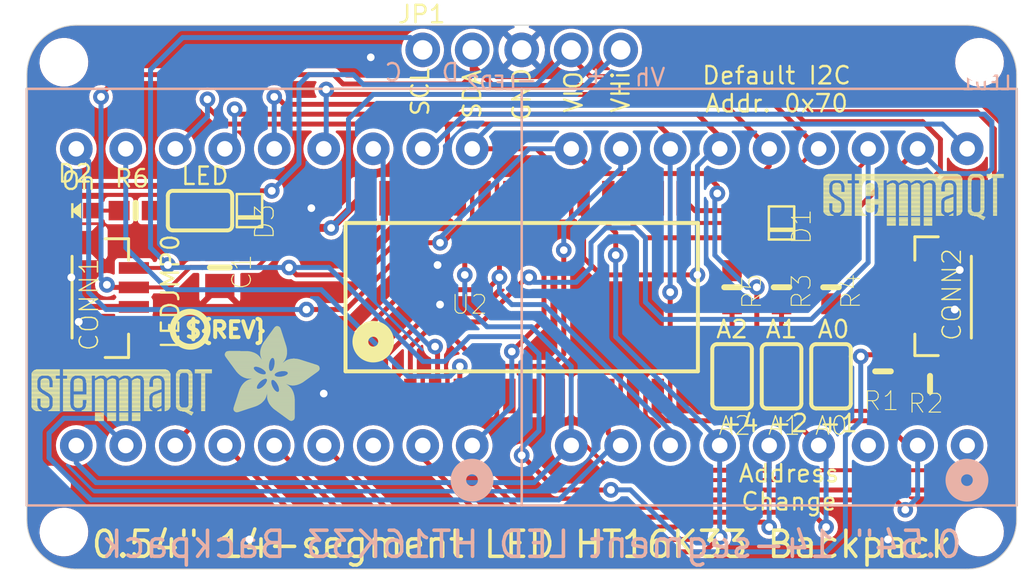
<source format=kicad_pcb>
(kicad_pcb (version 20221018) (generator pcbnew)
  (layers (0 "F.Cu" signal) (1 "In1.Cu" signal) (2 "In2.Cu" signal) (3 "In3.Cu" signal) (4 "In4.Cu" signal) (5 "In5.Cu" signal) (6 "In6.Cu" signal) (7 "In7.Cu" signal) (8 "In8.Cu" signal) (9 "In9.Cu" signal) (10 "In10.Cu" signal) (11 "In11.Cu" signal) (12 "In12.Cu" signal) (13 "In13.Cu" signal) (14 "In14.Cu" signal) (31 "B.Cu" signal) (34 "B.Paste" user) (35 "F.Paste" user) (36 "B.SilkS" user "B.Silkscreen") (37 "F.SilkS" user "F.Silkscreen") (38 "B.Mask" user) (39 "F.Mask" user) (44 "Edge.Cuts" user))
  (net 0 "")
  (net 1 "GND")
  (net 2 "N$19")
  (net 3 "N$20")
  (net 4 "A1")
  (net 5 "COM0")
  (net 6 "N$10")
  (net 7 "N$11")
  (net 8 "N$12")
  (net 9 "N$13")
  (net 10 "N$16")
  (net 11 "A0")
  (net 12 "A2")
  (net 13 "SDA")
  (net 14 "SCL")
  (net 15 "N$1")
  (net 16 "N$7")
  (net 17 "N$4")
  (net 18 "N$5")
  (net 19 "N$6")
  (net 20 "N$8")
  (net 21 "N$9")
  (net 22 "N$14")
  (net 23 "N$15")
  (net 24 "COM1")
  (net 25 "COM2")
  (net 26 "COM3")
  (net 27 "VDDIO")
  (net 28 "N$3")
  (net 29 "N$17")
  (net 30 "V+")
  (footprint "working:SOP28_300MIL_SKINNY" (layer "F.Cu") (at 148.5011 105.0036)
    (fp_text reference "U2")
    (fp_text value "HT16K33")
  )
  (footprint "working:ADAFRUIT_5MM" (layer "F.Cu") (at 133.2611 111.3536)
    (fp_text reference "U$3" hide)
    (fp_text value "" hide)
  )
  (footprint "working:JST_SH4_RA" (layer "F.Cu") (at 170.0911 105.0036 90)
    (fp_text reference "CONN2")
    (fp_text value "STEMMA_I2C_QTRA" hide)
  )
  (footprint "" (layer "F.Cu") (at 171.9961 92.9386)
    (fp_text reference "@HOLE3" hide)
    (fp_text value "")
  )
  (footprint "working:STEMMAQT" (layer "F.Cu") (at 123.3551 111.3536)
    (fp_text reference "U$6" hide)
    (fp_text value "" hide)
  )
  (footprint "working:SOLDERJUMPER_REFLOW_NOPASTE" (layer "F.Cu") (at 164.3761 109.0676 -90)
    (fp_text reference "A0")
    (fp_text value "" hide)
  )
  (footprint "working:1X05_ROUND_70" (layer "F.Cu") (at 148.5011 92.3036)
    (fp_text reference "JP1")
    (fp_text value "")
  )
  (footprint "working:SOLDERJUMPER_REFLOW_NOPASTE" (layer "F.Cu") (at 161.8361 109.0676 -90)
    (fp_text reference "A1")
    (fp_text value "" hide)
  )
  (footprint "working:SOD-323F" (layer "F.Cu") (at 161.8361 101.1936 -90)
    (fp_text reference "D1")
    (fp_text value "CUS530")
  )
  (footprint "working:FIDUCIAL_1MM" (layer "F.Cu") (at 124.3711 114.6556)
    (fp_text reference "U$2" hide)
    (fp_text value "FIDUCIAL" hide)
  )
  (footprint "working:JST_SH4_RA" (layer "F.Cu") (at 126.9111 105.0036 -90)
    (fp_text reference "CONN1")
    (fp_text value "STEMMA_I2C_QTRA" hide)
  )
  (footprint "working:SOD-323F" (layer "F.Cu") (at 134.5311 100.5586 -90)
    (fp_text reference "D3")
    (fp_text value "CUS530")
  )
  (footprint "" (layer "F.Cu") (at 171.9961 117.0686)
    (fp_text reference "@HOLE1" hide)
    (fp_text value "")
  )
  (footprint "working:0603-NO" (layer "F.Cu") (at 128.6891 100.5586 180)
    (fp_text reference "R6")
    (fp_text value "47K")
  )
  (footprint "working:PCBFEAT-REV-040" (layer "F.Cu") (at 131.4831 106.6546)
    (fp_text reference "U$8" hide)
    (fp_text value "" hide)
  )
  (footprint "working:STEMMAQT" (layer "F.Cu") (at 163.9951 101.3206)
    (fp_text reference "U$7" hide)
    (fp_text value "" hide)
  )
  (footprint "working:0603-NO" (layer "F.Cu") (at 164.3761 104.4956 -90)
    (fp_text reference "R4")
    (fp_text value "47K")
  )
  (footprint "working:0603-NO" (layer "F.Cu") (at 167.0431 108.8136 90)
    (fp_text reference "R1")
    (fp_text value "10K")
  )
  (footprint "" (layer "F.Cu") (at 125.0061 117.0686)
    (fp_text reference "@HOLE0" hide)
    (fp_text value "")
  )
  (footprint "working:CHIPLED_0603_NOOUTLINE" (layer "F.Cu") (at 125.6411 100.5586 90)
    (fp_text reference "D2")
    (fp_text value "GREEN")
  )
  (footprint "working:0805-NO" (layer "F.Cu") (at 133.0071 103.4796 -90)
    (fp_text reference "C1")
    (fp_text value "10uF")
  )
  (footprint "working:0603-NO" (layer "F.Cu") (at 169.4561 109.4486 180)
    (fp_text reference "R2")
    (fp_text value "10K")
  )
  (footprint "working:0603-NO" (layer "F.Cu") (at 161.8361 104.4956 -90)
    (fp_text reference "R3")
    (fp_text value "47K")
  )
  (footprint "" (layer "F.Cu") (at 125.0061 92.9386)
    (fp_text reference "@HOLE2" hide)
    (fp_text value "")
  )
  (footprint "working:FIDUCIAL_1MM" (layer "F.Cu") (at 167.5511 94.2086)
    (fp_text reference "U$1" hide)
    (fp_text value "FIDUCIAL" hide)
  )
  (footprint "working:0603-NO" (layer "F.Cu") (at 159.2961 104.4956 -90)
    (fp_text reference "R5")
    (fp_text value "47K")
  )
  (footprint "working:SOLDERJUMPER_CLOSEDWIRE" (layer "F.Cu") (at 131.9911 100.5586 180)
    (fp_text reference "LEDJMP0")
    (fp_text value "")
  )
  (footprint "working:SOLDERJUMPER_REFLOW_NOPASTE" (layer "F.Cu") (at 159.2961 109.0676 -90)
    (fp_text reference "A2")
    (fp_text value "" hide)
  )
  (footprint "working:SEGMENT_STARTBUST_DUAL_KWA-541CBB" (layer "B.Cu") (at 135.8011 105.0036 180)
    (fp_text reference "LED2")
    (fp_text value "")
  )
  (footprint "working:SEGMENT_STARTBUST_DUAL_KWA-541CBB" (layer "B.Cu") (at 161.2011 105.0036 180)
    (fp_text reference "LED1")
    (fp_text value "")
  )
  (gr_arc (start 125.6411 118.9736) (mid 123.845049 118.229651) (end 123.1011 116.4336) (stroke (width 0.05)) (layer "Edge.Cuts"))
  (gr_line (start 123.1011 93.5736) (end 123.1011 116.4336) (stroke (width 0.05)) (layer "Edge.Cuts"))
  (gr_line (start 125.6411 118.9736) (end 171.3611 118.9736) (stroke (width 0.05)) (layer "Edge.Cuts"))
  (gr_line (start 173.9011 116.4336) (end 173.9011 93.5736) (stroke (width 0.05)) (layer "Edge.Cuts"))
  (gr_arc (start 171.3611 91.0336) (mid 173.157151 91.777549) (end 173.9011 93.5736) (stroke (width 0.05)) (layer "Edge.Cuts"))
  (gr_arc (start 173.9011 116.4336) (mid 173.157151 118.229651) (end 171.3611 118.9736) (stroke (width 0.05)) (layer "Edge.Cuts"))
  (gr_line (start 171.3611 91.0336) (end 125.6411 91.0336) (stroke (width 0.05)) (layer "Edge.Cuts"))
  (gr_arc (start 123.1011 93.5736) (mid 123.845049 91.777549) (end 125.6411 91.0336) (stroke (width 0.05)) (layer "Edge.Cuts"))
  (gr_text "Vh" (at 154.2161 93.1926) (layer "B.SilkS") (effects (font (size 0.89408 0.89408) (thickness 0.12192)) (justify right top mirror)))
  (gr_text "-" (at 148.1201 93.3196) (layer "B.SilkS") (effects (font (size 0.89408 0.89408) (thickness 0.12192)) (justify right top mirror)))
  (gr_text "+" (at 151.6761 93.0656) (layer "B.SilkS") (effects (font (size 0.89408 0.89408) (thickness 0.12192)) (justify right top mirror)))
  (gr_text "C" (at 141.3891 92.9386) (layer "B.SilkS") (effects (font (size 0.89408 0.89408) (thickness 0.12192)) (justify right top mirror)))
  (gr_text "0.54\" 14-segment LED HT16K33 Backpack " (at 148.5011 117.7036) (layer "B.SilkS") (effects (font (size 1.34112 1.34112) (thickness 0.18288)) (justify mirror)))
  (gr_text "D" (at 144.3101 92.9386) (layer "B.SilkS") (effects (font (size 0.89408 0.89408) (thickness 0.12192)) (justify right top mirror)))
  (gr_text "+4" (at 159.6771 111.4806) (layer "F.SilkS") (effects (font (size 0.89408 0.89408) (thickness 0.12192))))
  (gr_text "A0" (at 164.5031 106.6546) (layer "F.SilkS") (effects (font (size 0.89408 0.89408) (thickness 0.12192))))
  (gr_text "LED" (at 132.2451 98.7806) (layer "F.SilkS") (effects (font (size 0.89408 0.89408) (thickness 0.12192))))
  (gr_text "SCL" (at 143.2941 94.4626 90) (layer "F.SilkS") (effects (font (size 0.89408 0.89408) (thickness 0.12192))))
  (gr_text "VIO" (at 151.1681 94.4626 90) (layer "F.SilkS") (effects (font (size 0.89408 0.89408) (thickness 0.12192))))
  (gr_text "Default I2C\nAddr. 0x70" (at 161.5821 94.3356) (layer "F.SilkS") (effects (font (size 0.89408 0.89408) (thickness 0.12192))))
  (gr_text "Address\nChange" (at 162.2171 114.7826) (layer "F.SilkS") (effects (font (size 0.89408 0.89408) (thickness 0.12192))))
  (gr_text "GND" (at 148.5011 94.5896 90) (layer "F.SilkS") (effects (font (size 0.89408 0.89408) (thickness 0.12192))))
  (gr_text "A2" (at 159.2961 106.6546) (layer "F.SilkS") (effects (font (size 0.89408 0.89408) (thickness 0.12192))))
  (gr_text "+2" (at 162.2171 111.4806) (layer "F.SilkS") (effects (font (size 0.89408 0.89408) (thickness 0.12192))))
  (gr_text "On" (at 125.7681 99.0346) (layer "F.SilkS") (effects (font (size 0.89408 0.89408) (thickness 0.12192))))
  (gr_text "+1" (at 164.7571 111.4806) (layer "F.SilkS") (effects (font (size 0.89408 0.89408) (thickness 0.12192))))
  (gr_text "SDA" (at 145.9611 94.5896 90) (layer "F.SilkS") (effects (font (size 0.89408 0.89408) (thickness 0.12192))))
  (gr_text "0.54\" 14-segment LED HT16K33 Backpack" (at 148.5011 117.7036) (layer "F.SilkS") (effects (font (size 1.34112 1.34112) (thickness 0.18288))))
  (gr_text "A1" (at 161.8361 106.6546) (layer "F.SilkS") (effects (font (size 0.89408 0.89408) (thickness 0.12192))))
  (gr_text "VHi" (at 153.5811 94.4626 90) (layer "F.SilkS") (effects (font (size 0.89408 0.89408) (thickness 0.12192))))
  (segment (start 140.2461 110.0836) (end 140.2461 109.9566) (width 0.254) (layer "F.Cu") (net 1))
  (segment (start 140.2461 109.9566) (end 138.3411 109.9566) (width 0.254) (layer "F.Cu") (net 1))
  (via (at 134.5311 117.4496) (size 0.8064) (drill 0.4) (layers "F.Cu" "B.Cu") (net 1))
  (via (at 138.3411 109.9566) (size 0.8001) (drill 0.3937) (layers "F.Cu" "B.Cu") (net 1))
  (via (at 125.7681 106.2736) (size 0.8064) (drill 0.4) (layers "F.Cu" "B.Cu") (net 1))
  (via (at 140.7541 92.6846) (size 0.8001) (drill 0.3937) (layers "F.Cu" "B.Cu") (net 1))
  (via (at 170.9801 103.6066) (size 0.8064) (drill 0.4) (layers "F.Cu" "B.Cu") (net 1))
  (via (at 144.3101 105.3846) (size 0.8064) (drill 0.4) (layers "F.Cu" "B.Cu") (net 1))
  (via (at 137.7061 100.4316) (size 0.8001) (drill 0.3937) (layers "F.Cu" "B.Cu") (net 1))
  (via (at 167.2971 117.4496) (size 0.8064) (drill 0.4) (layers "F.Cu" "B.Cu") (net 1))
  (via (at 170.7261 105.6386) (size 0.8064) (drill 0.4) (layers "F.Cu" "B.Cu") (net 1))
  (via (at 125.3871 103.9876) (size 0.8064) (drill 0.4) (layers "F.Cu" "B.Cu") (net 1))
  (via (at 144.1831 103.3526) (size 0.8064) (drill 0.4) (layers "F.Cu" "B.Cu") (net 1))
  (segment (start 161.8361 108.3056) (end 161.8361 105.3456) (width 0.254) (layer "F.Cu") (net 2))
  (segment (start 164.3761 108.3056) (end 164.3761 105.3456) (width 0.254) (layer "F.Cu") (net 3))
  (segment (start 160.5661 104.4956) (end 160.5661 109.4486) (width 0.254) (layer "F.Cu") (net 4))
  (segment (start 142.9131 102.2096) (end 139.4841 105.6386) (width 0.254) (layer "F.Cu") (net 4))
  (segment (start 139.4841 105.6386) (end 137.4521 105.6386) (width 0.254) (layer "F.Cu") (net 4))
  (segment (start 160.5661 109.4486) (end 160.9471 109.8296) (width 0.254) (layer "F.Cu") (net 4))
  (segment (start 145.3261 101.3206) (end 144.4371 102.2096) (width 0.254) (layer "F.Cu") (net 4))
  (segment (start 158.539587 99.294088) (end 157.8991 98.6536) (width 0.254) (layer "F.Cu") (net 4))
  (segment (start 145.3261 101.3206) (end 145.3261 99.9236) (width 0.254) (layer "F.Cu") (net 4))
  (segment (start 160.9471 109.8296) (end 161.8361 109.8296) (width 0.254) (layer "F.Cu") (net 4))
  (segment (start 144.3101 102.2096) (end 142.9131 102.2096) (width 0.254) (layer "F.Cu") (net 4))
  (segment (start 144.3101 102.2096) (end 144.4371 102.2096) (width 0.254) (layer "F.Cu") (net 4))
  (segment (start 158.539587 99.294088) (end 158.539587 99.675088) (width 0.254) (layer "F.Cu") (net 4))
  (segment (start 152.3111 98.6536) (end 157.8991 98.6536) (width 0.254) (layer "F.Cu") (net 4))
  (segment (start 151.0411 97.3836) (end 152.3111 98.6536) (width 0.254) (layer "F.Cu") (net 4))
  (via (at 160.5661 104.4956) (size 0.8064) (drill 0.4) (layers "F.Cu" "B.Cu") (net 4))
  (via (at 144.3101 102.2096) (size 0.8001) (drill 0.3937) (layers "F.Cu" "B.Cu") (net 4))
  (via (at 137.4521 105.6386) (size 0.8001) (drill 0.3937) (layers "F.Cu" "B.Cu") (net 4))
  (via (at 158.539587 99.675088) (size 0.8064) (drill 0.4) (layers "F.Cu" "B.Cu") (net 4))
  (segment (start 144.3101 101.9556) (end 144.3101 102.2096) (width 0.254) (layer "B.Cu") (net 4))
  (segment (start 160.5661 104.4956) (end 160.0581 104.4956) (width 0.254) (layer "B.Cu") (net 4))
  (segment (start 148.8821 97.3836) (end 144.3101 101.9556) (width 0.254) (layer "B.Cu") (net 4))
  (segment (start 158.539587 99.675088) (end 158.412587 99.802088) (width 0.254) (layer "B.Cu") (net 4))
  (segment (start 160.0581 104.4956) (end 158.412587 102.850088) (width 0.254) (layer "B.Cu") (net 4))
  (segment (start 137.4521 105.6386) (end 127.1651 105.6386) (width 0.254) (layer "B.Cu") (net 4))
  (segment (start 158.412587 99.802088) (end 158.412587 102.850088) (width 0.254) (layer "B.Cu") (net 4))
  (segment (start 151.0411 97.3836) (end 148.8821 97.3836) (width 0.254) (layer "B.Cu") (net 4))
  (segment (start 126.2761 98.0186) (end 126.2761 104.7496) (width 0.254) (layer "B.Cu") (net 4))
  (segment (start 127.1651 105.6386) (end 126.2761 104.7496) (width 0.254) (layer "B.Cu") (net 4))
  (segment (start 126.2761 98.0186) (end 125.6411 97.3836) (width 0.254) (layer "B.Cu") (net 4))
  (segment (start 163.9791 100.1936) (end 161.8361 100.1936) (width 0.2032) (layer "F.Cu") (net 5))
  (segment (start 148.7551 103.9876) (end 148.8821 103.9876) (width 0.254) (layer "F.Cu") (net 5))
  (segment (start 141.5161 110.0836) (end 141.5161 108.0516) (width 0.254) (layer "F.Cu") (net 5))
  (segment (start 166.2811 97.8916) (end 163.9791 100.1936) (width 0.2032) (layer "F.Cu") (net 5))
  (segment (start 146.4691 106.2736) (end 148.7551 103.9876) (width 0.254) (layer "F.Cu") (net 5))
  (segment (start 143.2941 106.2736) (end 146.4691 106.2736) (width 0.254) (layer "F.Cu") (net 5))
  (segment (start 141.5161 108.0516) (end 143.2941 106.2736) (width 0.254) (layer "F.Cu") (net 5))
  (segment (start 166.2811 97.3836) (end 166.2811 97.8916) (width 0.2032) (layer "F.Cu") (net 5))
  (via (at 148.8821 103.9876) (size 0.8064) (drill 0.4) (layers "F.Cu" "B.Cu") (net 5))
  (segment (start 152.0571 102.2096) (end 152.0571 103.4796) (width 0.254) (layer "B.Cu") (net 5))
  (segment (start 154.8511 105.2576) (end 154.8511 101.9556) (width 0.254) (layer "B.Cu") (net 5))
  (segment (start 149.1361 104.2416) (end 151.2951 104.2416) (width 0.254) (layer "B.Cu") (net 5))
  (segment (start 155.7401 106.1466) (end 154.8511 105.2576) (width 0.254) (layer "B.Cu") (net 5))
  (segment (start 166.2811 97.3836) (end 166.2811 103.2256) (width 0.254) (layer "B.Cu") (net 5))
  (segment (start 148.8821 103.9876) (end 149.1361 104.2416) (width 0.254) (layer "B.Cu") (net 5))
  (segment (start 151.2951 104.2416) (end 152.0571 103.4796) (width 0.254) (layer "B.Cu") (net 5))
  (segment (start 154.8511 101.9556) (end 154.3431 101.4476) (width 0.254) (layer "B.Cu") (net 5))
  (segment (start 166.2811 103.2256) (end 163.3601 106.1466) (width 0.254) (layer "B.Cu") (net 5))
  (segment (start 154.3431 101.4476) (end 152.8191 101.4476) (width 0.254) (layer "B.Cu") (net 5))
  (segment (start 163.3601 106.1466) (end 155.7401 106.1466) (width 0.254) (layer "B.Cu") (net 5))
  (segment (start 152.8191 101.4476) (end 152.0571 102.2096) (width 0.254) (layer "B.Cu") (net 5))
  (segment (start 142.5321 104.6226) (end 146.7231 104.6226) (width 0.254) (layer "F.Cu") (net 6))
  (segment (start 147.3581 102.3366) (end 147.3581 103.9876) (width 0.254) (layer "F.Cu") (net 6))
  (segment (start 138.8491 108.3056) (end 134.9121 108.3056) (width 0.254) (layer "F.Cu") (net 6))
  (segment (start 147.8661 101.8286) (end 147.3581 102.3366) (width 0.254) (layer "F.Cu") (net 6))
  (segment (start 130.7211 112.4966) (end 130.7211 112.6236) (width 0.254) (layer "F.Cu") (net 6))
  (segment (start 134.9121 108.3056) (end 130.7211 112.4966) (width 0.254) (layer "F.Cu") (net 6))
  (segment (start 147.8661 99.9236) (end 147.8661 101.8286) (width 0.254) (layer "F.Cu") (net 6))
  (segment (start 147.3581 103.9876) (end 146.7231 104.6226) (width 0.254) (layer "F.Cu") (net 6))
  (segment (start 142.5321 104.6226) (end 138.8491 108.3056) (width 0.254) (layer "F.Cu") (net 6))
  (via (at 147.3581 103.9876) (size 0.8001) (drill 0.3937) (layers "F.Cu" "B.Cu") (net 6))
  (segment (start 156.1211 112.6236) (end 156.1211 111.8616) (width 0.254) (layer "B.Cu") (net 6))
  (segment (start 147.3581 104.7496) (end 147.3581 103.9876) (width 0.254) (layer "B.Cu") (net 6))
  (segment (start 156.1211 111.8616) (end 149.6441 105.3846) (width 0.254) (layer "B.Cu") (net 6))
  (segment (start 149.6441 105.3846) (end 147.9931 105.3846) (width 0.254) (layer "B.Cu") (net 6))
  (segment (start 147.9931 105.3846) (end 147.3581 104.7496) (width 0.254) (layer "B.Cu") (net 6))
  (segment (start 149.6441 103.2256) (end 149.1361 102.7176) (width 0.254) (layer "F.Cu") (net 7))
  (segment (start 171.3611 113.7666) (end 170.2181 114.9096) (width 0.254) (layer "F.Cu") (net 7))
  (segment (start 155.9941 115.7986) (end 156.8831 114.9096) (width 0.254) (layer "F.Cu") (net 7))
  (segment (start 145.9611 112.6236) (end 145.9611 113.5126) (width 0.254) (layer "F.Cu") (net 7))
  (segment (start 170.2181 114.9096) (end 156.8831 114.9096) (width 0.254) (layer "F.Cu") (net 7))
  (segment (start 149.6441 106.1466) (end 147.9931 107.7976) (width 0.254) (layer "F.Cu") (net 7))
  (segment (start 148.2471 115.7986) (end 145.9611 113.5126) (width 0.254) (layer "F.Cu") (net 7))
  (segment (start 149.6441 103.2256) (end 149.6441 106.1466) (width 0.254) (layer "F.Cu") (net 7))
  (segment (start 149.1361 99.9236) (end 149.1361 102.7176) (width 0.254) (layer "F.Cu") (net 7))
  (segment (start 148.2471 115.7986) (end 155.9941 115.7986) (width 0.254) (layer "F.Cu") (net 7))
  (segment (start 171.3611 113.7666) (end 171.3611 112.6236) (width 0.254) (layer "F.Cu") (net 7))
  (via (at 147.9931 107.7976) (size 0.8001) (drill 0.3937) (layers "F.Cu" "B.Cu") (net 7))
  (segment (start 147.9931 110.5916) (end 145.9611 112.6236) (width 0.254) (layer "B.Cu") (net 7))
  (segment (start 147.9931 107.7976) (end 147.9931 110.5916) (width 0.254) (layer "B.Cu") (net 7))
  (segment (start 149.2631 97.3836) (end 150.4061 98.5266) (width 0.254) (layer "F.Cu") (net 8))
  (segment (start 150.4061 98.5266) (end 150.4061 99.9236) (width 0.254) (layer "F.Cu") (net 8))
  (segment (start 145.9611 97.3836) (end 149.2631 97.3836) (width 0.254) (layer "F.Cu") (net 8))
  (segment (start 170.0911 96.1136) (end 146.9771 96.1136) (width 0.254) (layer "B.Cu") (net 8))
  (segment (start 145.9611 97.1296) (end 145.9611 97.3836) (width 0.254) (layer "B.Cu") (net 8))
  (segment (start 146.9771 96.1136) (end 145.9611 97.1296) (width 0.254) (layer "B.Cu") (net 8))
  (segment (start 171.3611 97.3836) (end 170.0911 96.1136) (width 0.254) (layer "B.Cu") (net 8))
  (segment (start 157.5181 103.8606) (end 152.5651 103.8606) (width 0.254) (layer "F.Cu") (net 9))
  (segment (start 151.6761 102.9716) (end 151.6761 99.9236) (width 0.254) (layer "F.Cu") (net 9))
  (segment (start 152.5651 103.8606) (end 151.6761 102.9716) (width 0.254) (layer "F.Cu") (net 9))
  (segment (start 134.0231 95.6056) (end 157.5181 95.6056) (width 0.254) (layer "F.Cu") (net 9))
  (segment (start 133.7691 95.3516) (end 134.0231 95.6056) (width 0.254) (layer "F.Cu") (net 9))
  (segment (start 158.6611 96.7486) (end 158.6611 97.3836) (width 0.254) (layer "F.Cu") (net 9))
  (segment (start 157.5181 95.6056) (end 158.6611 96.7486) (width 0.254) (layer "F.Cu") (net 9))
  (via (at 157.5181 103.8606) (size 0.8001) (drill 0.3937) (layers "F.Cu" "B.Cu") (net 9))
  (via (at 133.7691 95.3516) (size 0.8001) (drill 0.3937) (layers "F.Cu" "B.Cu") (net 9))
  (segment (start 157.5181 98.2726) (end 157.5181 103.8606) (width 0.254) (layer "B.Cu") (net 9))
  (segment (start 158.6611 97.3836) (end 158.4071 97.3836) (width 0.254) (layer "B.Cu") (net 9))
  (segment (start 133.7691 95.3516) (end 133.7691 96.8756) (width 0.254) (layer "B.Cu") (net 9))
  (segment (start 133.2611 97.3836) (end 133.7691 96.8756) (width 0.254) (layer "B.Cu") (net 9))
  (segment (start 158.4071 97.3836) (end 157.5181 98.2726) (width 0.254) (layer "B.Cu") (net 9))
  (segment (start 153.3271 101.7016) (end 152.9461 101.3206) (width 0.254) (layer "F.Cu") (net 10))
  (segment (start 157.8991 118.0846) (end 138.7221 118.0846) (width 0.254) (layer "F.Cu") (net 10))
  (segment (start 133.2611 112.6236) (end 138.7221 118.0846) (width 0.254) (layer "F.Cu") (net 10))
  (segment (start 153.3271 101.7016) (end 153.3271 102.8446) (width 0.254) (layer "F.Cu") (net 10))
  (segment (start 158.6611 117.3226) (end 157.8991 118.0846) (width 0.254) (layer "F.Cu") (net 10))
  (segment (start 152.9461 101.3206) (end 152.9461 99.9236) (width 0.254) (layer "F.Cu") (net 10))
  (via (at 158.6611 117.3226) (size 0.8001) (drill 0.3937) (layers "F.Cu" "B.Cu") (net 10))
  (via (at 153.3271 102.8446) (size 0.8001) (drill 0.3937) (layers "F.Cu" "B.Cu") (net 10))
  (segment (start 153.3271 102.8446) (end 153.3271 107.0356) (width 0.254) (layer "B.Cu") (net 10))
  (segment (start 158.6611 117.3226) (end 158.6611 112.6236) (width 0.254) (layer "B.Cu") (net 10))
  (segment (start 158.6611 112.3696) (end 153.3271 107.0356) (width 0.254) (layer "B.Cu") (net 10))
  (segment (start 158.6611 112.6236) (end 158.6611 112.3696) (width 0.254) (layer "B.Cu") (net 10))
  (segment (start 151.0411 112.6236) (end 151.8031 112.6236) (width 0.2032) (layer "F.Cu") (net 11))
  (segment (start 169.7101 113.8936) (end 170.0911 113.5126) (width 0.2032) (layer "F.Cu") (net 11))
  (segment (start 167.614437 110.8456) (end 167.995437 111.2266) (width 0.2032) (layer "F.Cu") (net 11))
  (segment (start 153.5811 114.4016) (end 161.4551 114.4016) (width 0.2032) (layer "F.Cu") (net 11))
  (segment (start 161.4551 114.4016) (end 161.9631 113.8936) (width 0.2032) (layer "F.Cu") (net 11))
  (segment (start 170.0911 113.5126) (end 170.0911 112.1156) (width 0.2032) (layer "F.Cu") (net 11))
  (segment (start 164.3761 109.8296) (end 165.3921 110.8456) (width 0.2032) (layer "F.Cu") (net 11))
  (segment (start 146.5961 101.3206) (end 145.5801 102.3366) (width 0.254) (layer "F.Cu") (net 11))
  (segment (start 146.5961 99.9236) (end 146.5961 101.3206) (width 0.254) (layer "F.Cu") (net 11))
  (segment (start 153.5811 114.4016) (end 151.8031 112.6236) (width 0.2032) (layer "F.Cu") (net 11))
  (segment (start 145.5801 103.8606) (end 145.5801 102.3366) (width 0.254) (layer "F.Cu") (net 11))
  (segment (start 161.9631 113.8936) (end 169.7101 113.8936) (width 0.2032) (layer "F.Cu") (net 11))
  (segment (start 165.3921 110.8456) (end 167.614437 110.8456) (width 0.2032) (layer "F.Cu") (net 11))
  (segment (start 167.995437 111.2266) (end 169.2021 111.2266) (width 0.2032) (layer "F.Cu") (net 11))
  (segment (start 170.0911 112.1156) (end 169.2021 111.2266) (width 0.2032) (layer "F.Cu") (net 11))
  (via (at 145.5801 103.8606) (size 0.8001) (drill 0.3937) (layers "F.Cu" "B.Cu") (net 11))
  (segment (start 125.6411 113.5126) (end 125.6411 112.6236) (width 0.254) (layer "B.Cu") (net 11))
  (segment (start 149.0091 106.5276) (end 146.7231 106.5276) (width 0.254) (layer "B.Cu") (net 11))
  (segment (start 146.7231 106.5276) (end 145.5801 105.3846) (width 0.254) (layer "B.Cu") (net 11))
  (segment (start 151.0411 112.6236) (end 149.1361 114.5286) (width 0.254) (layer "B.Cu") (net 11))
  (segment (start 145.5801 105.3846) (end 145.5801 103.8606) (width 0.254) (layer "B.Cu") (net 11))
  (segment (start 126.6571 114.5286) (end 125.6411 113.5126) (width 0.254) (layer "B.Cu") (net 11))
  (segment (start 149.1361 114.5286) (end 126.6571 114.5286) (width 0.254) (layer "B.Cu") (net 11))
  (segment (start 151.0411 112.6236) (end 151.0411 108.5596) (width 0.254) (layer "B.Cu") (net 11))
  (segment (start 151.0411 108.5596) (end 149.0091 106.5276) (width 0.254) (layer "B.Cu") (net 11))
  (segment (start 133.2611 96.1136) (end 144.6911 96.1136) (width 0.254) (layer "F.Cu") (net 12))
  (segment (start 155.4861 96.1136) (end 156.1211 96.7486) (width 0.254) (layer "F.Cu") (net 12))
  (segment (start 144.0561 99.9236) (end 144.0561 98.6536) (width 0.254) (layer "F.Cu") (net 12))
  (segment (start 158.968825 109.8296) (end 156.1211 106.981875) (width 0.254) (layer "F.Cu") (net 12))
  (segment (start 144.6911 96.1136) (end 155.4861 96.1136) (width 0.254) (layer "F.Cu") (net 12))
  (segment (start 159.2961 109.8296) (end 158.968825 109.8296) (width 0.254) (layer "F.Cu") (net 12))
  (segment (start 156.1211 106.981875) (end 156.1211 104.7496) (width 0.254) (layer "F.Cu") (net 12))
  (segment (start 144.6911 98.0186) (end 144.6911 96.1136) (width 0.254) (layer "F.Cu") (net 12))
  (segment (start 144.0561 98.6536) (end 144.6911 98.0186) (width 0.254) (layer "F.Cu") (net 12))
  (segment (start 133.2611 96.1136) (end 132.3721 95.2246) (width 0.254) (layer "F.Cu") (net 12))
  (segment (start 132.3721 94.8436) (end 132.3721 95.2246) (width 0.254) (layer "F.Cu") (net 12))
  (segment (start 156.1211 96.7486) (end 156.1211 97.3836) (width 0.254) (layer "F.Cu") (net 12))
  (via (at 132.3721 94.8436) (size 0.8001) (drill 0.3937) (layers "F.Cu" "B.Cu") (net 12))
  (via (at 156.1211 104.7496) (size 0.8064) (drill 0.4) (layers "F.Cu" "B.Cu") (net 12))
  (segment (start 130.7211 97.3836) (end 132.3721 95.7326) (width 0.254) (layer "B.Cu") (net 12))
  (segment (start 156.1211 104.7496) (end 156.1211 97.3836) (width 0.254) (layer "B.Cu") (net 12))
  (segment (start 132.3721 94.8436) (end 132.3721 95.7326) (width 0.254) (layer "B.Cu") (net 12))
  (segment (start 145.9611 93.5736) (end 145.4785 94.0562) (width 0.254) (layer "F.Cu") (net 13))
  (segment (start 166.7891 105.1306) (end 167.1621 105.5036) (width 0.254) (layer "F.Cu") (net 13))
  (segment (start 145.8341 92.9386) (end 145.8341 92.4306) (width 0.254) (layer "F.Cu") (net 13))
  (segment (start 139.3317 94.0562) (end 138.8491 93.5736) (width 0.254) (layer "F.Cu") (net 13))
  (segment (start 130.4591 104.5036) (end 131.5083 103.4544) (width 0.2032) (layer "F.Cu") (net 13))
  (segment (start 167.1621 105.5036) (end 168.4051 105.5036) (width 0.254) (layer "F.Cu") (net 13))
  (segment (start 128.5971 104.5036) (end 130.4591 104.5036) (width 0.2032) (layer "F.Cu") (net 13))
  (segment (start 162.990681 95.9866) (end 169.076468 95.9866) (width 0.254) (layer "F.Cu") (net 13))
  (segment (start 135.74395 102.64775) (end 139.93495 102.64775) (width 0.254) (layer "F.Cu") (net 13))
  (segment (start 145.9611 92.3036) (end 145.9611 93.5736) (width 0.254) (layer "F.Cu") (net 13))
  (segment (start 126.9111 94.7166) (end 126.9111 94.5896) (width 0.254) (layer "F.Cu") (net 13))
  (segment (start 169.9895 96.899632) (end 169.9895 98.5012) (width 0.254) (layer "F.Cu") (net 13))
  (segment (start 169.7101 106.1466) (end 169.0671 105.5036) (width 0.254) (layer "F.Cu") (net 13))
  (segment (start 166.7891 101.7016) (end 166.7891 105.1306) (width 0.254) (layer "F.Cu") (net 13))
  (segment (start 168.6061 108.1396) (end 169.7101 107.0356) (width 0.254) (layer "F.Cu") (net 13))
  (segment (start 161.136481 94.1324) (end 147.0279 94.1324) (width 0.254) (layer "F.Cu") (net 13))
  (segment (start 169.0671 105.5036) (end 168.4051 105.5036) (width 0.254) (layer "F.Cu") (net 13))
  (segment (start 138.8491 93.5736) (end 127.9271 93.5736) (width 0.254) (layer "F.Cu") (net 13))
  (segment (start 141.5161 101.0666) (end 141.5161 99.9236) (width 0.254) (layer "F.Cu") (net 13))
  (segment (start 126.9111 94.5896) (end 127.9271 93.5736) (width 0.254) (layer "F.Cu") (net 13))
  (segment (start 161.136481 94.1324) (end 162.990681 95.9866) (width 0.254) (layer "F.Cu") (net 13))
  (segment (start 169.9895 98.5012) (end 166.7891 101.7016) (width 0.254) (layer "F.Cu") (net 13))
  (segment (start 145.9611 92.3036) (end 145.8341 92.4306) (width 0.254) (layer "F.Cu") (net 13))
  (segment (start 131.5083 103.4544) (end 134.9373 103.4544) (width 0.2032) (layer "F.Cu") (net 13))
  (segment (start 128.5971 104.5036) (end 127.3477 104.5036) (width 0.254) (layer "F.Cu") (net 13))
  (segment (start 168.6061 109.4486) (end 168.6061 108.1396) (width 0.254) (layer "F.Cu") (net 13))
  (segment (start 145.4785 94.0562) (end 139.3317 94.0562) (width 0.254) (layer "F.Cu") (net 13))
  (segment (start 147.0279 94.1324) (end 145.8341 92.9386) (width 0.254) (layer "F.Cu") (net 13))
  (segment (start 127.3477 104.5036) (end 127.2127 104.3686) (width 0.254) (layer "F.Cu") (net 13))
  (segment (start 134.9373 103.4544) (end 135.74395 102.64775) (width 0.2032) (layer "F.Cu") (net 13))
  (segment (start 169.7101 107.0356) (end 169.7101 106.1466) (width 0.254) (layer "F.Cu") (net 13))
  (segment (start 139.93495 102.64775) (end 141.5161 101.0666) (width 0.254) (layer "F.Cu") (net 13))
  (segment (start 169.076468 95.9866) (end 169.9895 96.899632) (width 0.254) (layer "F.Cu") (net 13))
  (via (at 126.9111 94.7166) (size 0.8064) (drill 0.4) (layers "F.Cu" "B.Cu") (net 13))
  (via (at 127.2127 104.3686) (size 0.8064) (drill 0.4) (layers "F.Cu" "B.Cu") (net 13))
  (segment (start 126.9111 104.067) (end 126.9111 94.7166) (width 0.254) (layer "B.Cu") (net 13))
  (segment (start 127.2127 104.3686) (end 126.9111 104.067) (width 0.254) (layer "B.Cu") (net 13))
  (segment (start 168.4051 106.6016) (end 168.4051 106.5036) (width 0.254) (layer "F.Cu") (net 14))
  (segment (start 136.9441 103.8606) (end 140.3731 103.8606) (width 0.254) (layer "F.Cu") (net 14))
  (segment (start 128.5971 103.5036) (end 130.1891 103.5036) (width 0.2032) (layer "F.Cu") (net 14))
  (segment (start 136.5631 103.4796) (end 136.9441 103.8606) (width 0.254) (layer "F.Cu") (net 14))
  (segment (start 148.5011 113.1316) (end 150.2791 114.9096) (width 0.254) (layer "F.Cu") (net 14))
  (segment (start 142.7861 101.4476) (end 142.7861 99.9236) (width 0.254) (layer "F.Cu") (net 14))
  (segment (start 167.0431 107.9636) (end 168.4051 106.6016) (width 0.254) (layer "F.Cu") (net 14))
  (segment (start 140.3731 103.8606) (end 142.7861 101.4476) (width 0.254) (layer "F.Cu") (net 14))
  (segment (start 153.0731 114.9096) (end 153.080465 114.902234) (width 0.254) (layer "F.Cu") (net 14))
  (segment (start 165.9881 107.9636) (end 165.9001 108.0516) (width 0.254) (layer "F.Cu") (net 14))
  (segment (start 150.2791 114.9096) (end 153.0731 114.9096) (width 0.254) (layer "F.Cu") (net 14))
  (segment (start 167.0431 107.9636) (end 165.9881 107.9636) (width 0.254) (layer "F.Cu") (net 14))
  (segment (start 130.1891 103.5036) (end 130.3401 103.3526) (width 0.2032) (layer "F.Cu") (net 14))
  (via (at 148.5011 113.1316) (size 0.8064) (drill 0.4) (layers "F.Cu" "B.Cu") (net 14))
  (via (at 130.3401 103.3526) (size 0.8064) (drill 0.4) (layers "F.Cu" "B.Cu") (net 14))
  (via (at 165.9001 108.0516) (size 0.8064) (drill 0.4) (layers "F.Cu" "B.Cu") (net 14))
  (via (at 153.080465 114.902234) (size 0.8064) (drill 0.4) (layers "F.Cu" "B.Cu") (net 14))
  (via (at 136.5631 103.4796) (size 0.8001) (drill 0.3937) (layers "F.Cu" "B.Cu") (net 14))
  (segment (start 157.2641 118.0846) (end 154.081734 114.902234) (width 0.254) (layer "B.Cu") (net 14))
  (segment (start 138.606682 103.4796) (end 143.432682 108.3056) (width 0.254) (layer "B.Cu") (net 14))
  (segment (start 148.5011 112.7506) (end 148.5011 113.1316) (width 0.254) (layer "B.Cu") (net 14))
  (segment (start 164.1221 118.0846) (end 157.2641 118.0846) (width 0.254) (layer "B.Cu") (net 14))
  (segment (start 130.4036 103.4161) (end 130.3401 103.3526) (width 0.254) (layer "B.Cu") (net 14))
  (segment (start 165.1127 117.094) (end 164.1221 118.0846) (width 0.254) (layer "B.Cu") (net 14))
  (segment (start 149.3901 111.8616) (end 148.5011 112.7506) (width 0.254) (layer "B.Cu") (net 14))
  (segment (start 130.4671 103.4796) (end 130.4036 103.4161) (width 0.254) (layer "B.Cu") (net 14))
  (segment (start 142.7861 91.6686) (end 131.1021 91.6686) (width 0.254) (layer "B.Cu") (net 14))
  (segment (start 132.1181 103.4796) (end 130.4671 103.4796) (width 0.254) (layer "B.Cu") (net 14))
  (segment (start 165.1127 112.139631) (end 165.1127 117.094) (width 0.254) (layer "B.Cu") (net 14))
  (segment (start 143.432682 108.3056) (end 144.547369 108.3056) (width 0.254) (layer "B.Cu") (net 14))
  (segment (start 165.9001 111.352231) (end 165.1127 112.139631) (width 0.254) (layer "B.Cu") (net 14))
  (segment (start 136.5631 103.4796) (end 138.606682 103.4796) (width 0.254) (layer "B.Cu") (net 14))
  (segment (start 148.5011 107.0356) (end 149.3901 107.9246) (width 0.254) (layer "B.Cu") (net 14))
  (segment (start 131.1021 91.6686) (end 129.4511 93.3196) (width 0.254) (layer "B.Cu") (net 14))
  (segment (start 132.1181 103.4796) (end 136.5631 103.4796) (width 0.254) (layer "B.Cu") (net 14))
  (segment (start 144.547369 108.3056) (end 145.817369 107.0356) (width 0.254) (layer "B.Cu") (net 14))
  (segment (start 149.3901 107.9246) (end 149.3901 111.8616) (width 0.254) (layer "B.Cu") (net 14))
  (segment (start 145.817369 107.0356) (end 148.5011 107.0356) (width 0.254) (layer "B.Cu") (net 14))
  (segment (start 143.4211 92.3036) (end 142.7861 91.6686) (width 0.254) (layer "B.Cu") (net 14))
  (segment (start 165.9001 108.0516) (end 165.9001 111.352231) (width 0.254) (layer "B.Cu") (net 14))
  (segment (start 129.4511 93.3196) (end 129.4511 100.8126) (width 0.254) (layer "B.Cu") (net 14))
  (segment (start 129.4511 100.8126) (end 129.4511 102.4636) (width 0.254) (layer "B.Cu") (net 14))
  (segment (start 153.080465 114.902234) (end 154.081734 114.902234) (width 0.254) (layer "B.Cu") (net 14))
  (segment (start 129.4511 102.4636) (end 130.3401 103.3526) (width 0.254) (layer "B.Cu") (net 14))
  (segment (start 159.2961 103.6456) (end 161.8361 103.6456) (width 0.254) (layer "F.Cu") (net 15))
  (segment (start 161.8361 103.6456) (end 164.3761 103.6456) (width 0.254) (layer "F.Cu") (net 15))
  (segment (start 161.8361 102.1936) (end 161.8361 103.6456) (width 0.2032) (layer "F.Cu") (net 15))
  (segment (start 159.2961 108.3056) (end 159.2961 105.3456) (width 0.254) (layer "F.Cu") (net 16))
  (segment (start 165.1381 101.0666) (end 168.8211 97.3836) (width 0.254) (layer "F.Cu") (net 17))
  (segment (start 154.8511 101.9556) (end 160.1851 101.9556) (width 0.254) (layer "F.Cu") (net 17))
  (segment (start 161.0741 101.0666) (end 165.1381 101.0666) (width 0.254) (layer "F.Cu") (net 17))
  (segment (start 160.1851 101.9556) (end 161.0741 101.0666) (width 0.254) (layer "F.Cu") (net 17))
  (segment (start 154.2161 99.9236) (end 154.2161 101.3206) (width 0.254) (layer "F.Cu") (net 17))
  (segment (start 154.2161 101.3206) (end 154.8511 101.9556) (width 0.254) (layer "F.Cu") (net 17))
  (segment (start 172.6311 95.9866) (end 172.2501 95.6056) (width 0.254) (layer "B.Cu") (net 17))
  (segment (start 145.5801 95.6056) (end 143.8021 97.3836) (width 0.254) (layer "B.Cu") (net 17))
  (segment (start 172.3771 98.6536) (end 172.6311 98.3996) (width 0.254) (layer "B.Cu") (net 17))
  (segment (start 168.8211 97.3836) (end 170.0911 98.6536) (width 0.254) (layer "B.Cu") (net 17))
  (segment (start 143.8021 97.3836) (end 143.4211 97.3836) (width 0.254) (layer "B.Cu") (net 17))
  (segment (start 170.0911 98.6536) (end 172.3771 98.6536) (width 0.254) (layer "B.Cu") (net 17))
  (segment (start 172.6311 98.3996) (end 172.6311 95.9866) (width 0.254) (layer "B.Cu") (net 17))
  (segment (start 172.2501 95.6056) (end 145.5801 95.6056) (width 0.254) (layer "B.Cu") (net 17))
  (segment (start 138.7221 94.5896) (end 138.4681 94.3356) (width 0.254) (layer "F.Cu") (net 18))
  (segment (start 160.9471 94.5896) (end 138.7221 94.5896) (width 0.254) (layer "F.Cu") (net 18))
  (segment (start 162.2171 98.7806) (end 163.6776 97.3201) (width 0.2032) (layer "F.Cu") (net 18))
  (segment (start 155.4861 100.9396) (end 155.7401 101.1936) (width 0.2032) (layer "F.Cu") (net 18))
  (segment (start 163.6776 97.3201) (end 160.9471 94.5896) (width 0.254) (layer "F.Cu") (net 18))
  (segment (start 155.4861 99.9236) (end 155.4861 100.9396) (width 0.2032) (layer "F.Cu") (net 18))
  (segment (start 155.7401 101.1936) (end 158.9151 101.1936) (width 0.2032) (layer "F.Cu") (net 18))
  (segment (start 163.7411 97.3836) (end 163.6776 97.3201) (width 0.254) (layer "F.Cu") (net 18))
  (segment (start 158.9151 101.1936) (end 161.3281 98.7806) (width 0.2032) (layer "F.Cu") (net 18))
  (segment (start 161.3281 98.7806) (end 162.2171 98.7806) (width 0.2032) (layer "F.Cu") (net 18))
  (via (at 138.4681 94.3356) (size 0.8001) (drill 0.3937) (layers "F.Cu" "B.Cu") (net 18))
  (segment (start 138.4681 94.3356) (end 138.4681 97.2566) (width 0.254) (layer "B.Cu") (net 18))
  (segment (start 138.4681 97.2566) (end 138.3411 97.3836) (width 0.254) (layer "B.Cu") (net 18))
  (segment (start 161.2011 97.3836) (end 158.9151 95.0976) (width 0.254) (layer "F.Cu") (net 19))
  (segment (start 156.7561 99.9236) (end 157.3911 100.5586) (width 0.254) (layer "F.Cu") (net 19))
  (segment (start 136.3091 95.0976) (end 135.9281 94.7166) (width 0.254) (layer "F.Cu") (net 19))
  (segment (start 161.2011 98.2726) (end 158.9151 100.5586) (width 0.254) (layer "F.Cu") (net 19))
  (segment (start 158.9151 95.0976) (end 136.3091 95.0976) (width 0.254) (layer "F.Cu") (net 19))
  (segment (start 135.9281 94.7166) (end 135.8011 94.7166) (width 0.254) (layer "F.Cu") (net 19))
  (segment (start 158.9151 100.5586) (end 157.3911 100.5586) (width 0.254) (layer "F.Cu") (net 19))
  (segment (start 161.2011 98.2726) (end 161.2011 97.3836) (width 0.254) (layer "F.Cu") (net 19))
  (via (at 135.8011 94.7166) (size 0.8001) (drill 0.3937) (layers "F.Cu" "B.Cu") (net 19))
  (segment (start 135.8011 94.7166) (end 135.8011 97.3836) (width 0.254) (layer "B.Cu") (net 19))
  (segment (start 167.0431 111.3536) (end 163.6141 111.3536) (width 0.254) (layer "F.Cu") (net 20))
  (segment (start 146.4691 116.3066) (end 143.4211 113.2586) (width 0.254) (layer "F.Cu") (net 20))
  (segment (start 163.6141 111.3536) (end 163.1569 110.8964) (width 0.254) (layer "F.Cu") (net 20))
  (segment (start 167.6781 115.4176) (end 157.1371 115.4176) (width 0.254) (layer "F.Cu") (net 20))
  (segment (start 168.3131 112.6236) (end 168.8211 112.6236) (width 0.254) (layer "F.Cu") (net 20))
  (segment (start 157.1371 115.4176) (end 156.2481 116.3066) (width 0.254) (layer "F.Cu") (net 20))
  (segment (start 143.4211 112.6236) (end 143.4211 113.2586) (width 0.254) (layer "F.Cu") (net 20))
  (segment (start 156.2481 116.3066) (end 146.4691 116.3066) (width 0.254) (layer "F.Cu") (net 20))
  (segment (start 168.3131 112.6236) (end 167.0431 111.3536) (width 0.254) (layer "F.Cu") (net 20))
  (segment (start 156.7561 110.0836) (end 157.5689 110.8964) (width 0.254) (layer "F.Cu") (net 20))
  (segment (start 168.1861 115.9256) (end 167.6781 115.4176) (width 0.254) (layer "F.Cu") (net 20))
  (segment (start 157.5689 110.8964) (end 163.1569 110.8964) (width 0.254) (layer "F.Cu") (net 20))
  (via (at 168.1861 115.9256) (size 0.8001) (drill 0.3937) (layers "F.Cu" "B.Cu") (net 20))
  (segment (start 168.8211 115.2906) (end 168.8211 112.6236) (width 0.254) (layer "B.Cu") (net 20))
  (segment (start 168.8211 115.2906) (end 168.1861 115.9256) (width 0.254) (layer "B.Cu") (net 20))
  (segment (start 157.0101 116.8146) (end 142.5321 116.8146) (width 0.254) (layer "F.Cu") (net 21))
  (segment (start 155.4861 110.0836) (end 155.4861 110.9726) (width 0.254) (layer "F.Cu") (net 21))
  (segment (start 155.4861 110.9726) (end 155.8671 111.3536) (width 0.254) (layer "F.Cu") (net 21))
  (segment (start 138.3411 112.6236) (end 142.5321 116.8146) (width 0.254) (layer "F.Cu") (net 21))
  (segment (start 163.3601 116.0526) (end 157.7721 116.0526) (width 0.254) (layer "F.Cu") (net 21))
  (segment (start 155.8671 111.3536) (end 162.4711 111.3536) (width 0.254) (layer "F.Cu") (net 21))
  (segment (start 164.1221 116.8146) (end 163.3601 116.0526) (width 0.254) (layer "F.Cu") (net 21))
  (segment (start 162.4711 111.3536) (end 163.7411 112.6236) (width 0.254) (layer "F.Cu") (net 21))
  (segment (start 157.7721 116.0526) (end 157.0101 116.8146) (width 0.254) (layer "F.Cu") (net 21))
  (via (at 164.1221 116.8146) (size 0.8001) (drill 0.3937) (layers "F.Cu" "B.Cu") (net 21))
  (segment (start 164.1221 113.0046) (end 164.1221 116.8146) (width 0.254) (layer "B.Cu") (net 21))
  (segment (start 164.1221 113.0046) (end 163.7411 112.6236) (width 0.254) (layer "B.Cu") (net 21))
  (segment (start 161.2011 116.8146) (end 160.9471 116.5606) (width 0.254) (layer "F.Cu") (net 22))
  (segment (start 155.230731 113.8936) (end 161.0741 113.8936) (width 0.254) (layer "F.Cu") (net 22))
  (segment (start 154.2161 111.3536) (end 154.8257 111.9632) (width 0.254) (layer "F.Cu") (net 22))
  (segment (start 161.2011 113.7666) (end 161.0741 113.8936) (width 0.254) (layer "F.Cu") (net 22))
  (segment (start 158.1531 116.5606) (end 157.2641 117.4496) (width 0.254) (layer "F.Cu") (net 22))
  (segment (start 154.8257 111.9632) (end 154.8257 113.488568) (width 0.254) (layer "F.Cu") (net 22))
  (segment (start 157.2641 117.4496) (end 140.6271 117.4496) (width 0.254) (layer "F.Cu") (net 22))
  (segment (start 160.9471 116.5606) (end 158.1531 116.5606) (width 0.254) (layer "F.Cu") (net 22))
  (segment (start 161.2011 113.7666) (end 161.2011 112.6236) (width 0.254) (layer "F.Cu") (net 22))
  (segment (start 135.8011 112.6236) (end 140.6271 117.4496) (width 0.254) (layer "F.Cu") (net 22))
  (segment (start 154.2161 110.0836) (end 154.2161 111.3536) (width 0.254) (layer "F.Cu") (net 22))
  (segment (start 154.8257 113.488568) (end 155.230731 113.8936) (width 0.254) (layer "F.Cu") (net 22))
  (via (at 161.2011 116.8146) (size 0.8001) (drill 0.3937) (layers "F.Cu" "B.Cu") (net 22))
  (segment (start 161.2011 116.8146) (end 161.2011 112.6236) (width 0.254) (layer "B.Cu") (net 22))
  (segment (start 152.9461 111.9886) (end 153.5811 112.6236) (width 0.254) (layer "F.Cu") (net 23))
  (segment (start 152.9461 110.0836) (end 152.9461 111.9886) (width 0.254) (layer "F.Cu") (net 23))
  (segment (start 153.5811 112.6236) (end 153.2001 112.6236) (width 0.254) (layer "B.Cu") (net 23))
  (segment (start 124.2441 111.9886) (end 124.2441 113.2586) (width 0.254) (layer "B.Cu") (net 23))
  (segment (start 153.2001 112.6236) (end 150.4061 115.4176) (width 0.254) (layer "B.Cu") (net 23))
  (segment (start 125.0061 111.2266) (end 124.2441 111.9886) (width 0.254) (layer "B.Cu") (net 23))
  (segment (start 126.4031 115.4176) (end 150.4061 115.4176) (width 0.254) (layer "B.Cu") (net 23))
  (segment (start 128.1811 112.6236) (end 126.7841 111.2266) (width 0.254) (layer "B.Cu") (net 23))
  (segment (start 126.7841 111.2266) (end 125.0061 111.2266) (width 0.254) (layer "B.Cu") (net 23))
  (segment (start 124.2441 113.2586) (end 126.4031 115.4176) (width 0.254) (layer "B.Cu") (net 23))
  (segment (start 150.0251 108.5596) (end 150.6601 107.9246) (width 0.254) (layer "F.Cu") (net 24))
  (segment (start 150.6601 107.9246) (end 150.6601 102.5906) (width 0.254) (layer "F.Cu") (net 24))
  (segment (start 143.5481 106.795712) (end 144.705213 106.795712) (width 0.254) (layer "F.Cu") (net 24))
  (segment (start 142.7861 110.0836) (end 142.7861 107.557712) (width 0.254) (layer "F.Cu") (net 24))
  (segment (start 143.5481 106.795712) (end 142.7861 107.557712) (width 0.254) (layer "F.Cu") (net 24))
  (segment (start 146.4691 108.5596) (end 150.0251 108.5596) (width 0.254) (layer "F.Cu") (net 24))
  (segment (start 144.705213 106.795712) (end 146.4691 108.5596) (width 0.254) (layer "F.Cu") (net 24))
  (via (at 150.6601 102.5906) (size 0.8001) (drill 0.3937) (layers "F.Cu" "B.Cu") (net 24))
  (segment (start 153.5811 98.3996) (end 153.5811 97.3836) (width 0.254) (layer "B.Cu") (net 24))
  (segment (start 150.6601 101.3206) (end 153.5811 98.3996) (width 0.254) (layer "B.Cu") (net 24))
  (segment (start 150.6601 102.5906) (end 150.6601 101.3206) (width 0.254) (layer "B.Cu") (net 24))
  (segment (start 144.1831 107.7976) (end 144.0561 107.6706) (width 0.254) (layer "F.Cu") (net 25))
  (segment (start 144.1831 107.7976) (end 144.1831 109.9566) (width 0.254) (layer "F.Cu") (net 25))
  (segment (start 144.0561 110.0836) (end 144.1831 109.9566) (width 0.254) (layer "F.Cu") (net 25))
  (segment (start 144.0561 107.6706) (end 144.0561 107.5436) (width 0.254) (layer "F.Cu") (net 25))
  (via (at 144.0561 107.5436) (size 0.8001) (drill 0.3937) (layers "F.Cu" "B.Cu") (net 25))
  (segment (start 141.3891 97.7646) (end 141.0081 97.3836) (width 0.254) (layer "B.Cu") (net 25))
  (segment (start 141.3891 105.1306) (end 141.3891 97.7646) (width 0.254) (layer "B.Cu") (net 25))
  (segment (start 141.0081 97.3836) (end 140.8811 97.3836) (width 0.254) (layer "B.Cu") (net 25))
  (segment (start 144.0561 107.5436) (end 143.8021 107.5436) (width 0.254) (layer "B.Cu") (net 25))
  (segment (start 143.8021 107.5436) (end 141.3891 105.1306) (width 0.254) (layer "B.Cu") (net 25))
  (segment (start 145.3261 108.5596) (end 145.3261 110.0836) (width 0.254) (layer "F.Cu") (net 26))
  (via (at 145.3261 108.5596) (size 0.8001) (drill 0.3937) (layers "F.Cu" "B.Cu") (net 26))
  (segment (start 128.1811 102.4636) (end 130.3401 104.6226) (width 0.254) (layer "B.Cu") (net 26))
  (segment (start 145.3261 108.5596) (end 144.8181 109.0676) (width 0.254) (layer "B.Cu") (net 26))
  (segment (start 130.3401 104.6226) (end 138.2141 104.6226) (width 0.254) (layer "B.Cu") (net 26))
  (segment (start 138.2141 104.6226) (end 142.6591 109.0676) (width 0.254) (layer "B.Cu") (net 26))
  (segment (start 128.1811 97.3836) (end 128.1811 102.4636) (width 0.254) (layer "B.Cu") (net 26))
  (segment (start 144.8181 109.0676) (end 142.6591 109.0676) (width 0.254) (layer "B.Cu") (net 26))
  (segment (start 172.7581 108.5596) (end 172.7581 103.9876) (width 0.3048) (layer "F.Cu") (net 27))
  (segment (start 172.7581 103.9876) (end 172.7581 103.4796) (width 0.3048) (layer "F.Cu") (net 27))
  (segment (start 170.3451 109.4486) (end 171.8691 109.4486) (width 0.3048) (layer "F.Cu") (net 27))
  (segment (start 172.7581 103.4796) (end 172.7581 96.3676) (width 0.254) (layer "F.Cu") (net 27))
  (segment (start 171.8691 95.4786) (end 163.3601 95.4786) (width 0.254) (layer "F.Cu") (net 27))
  (segment (start 163.3601 95.4786) (end 161.5567 93.6752) (width 0.254) (layer "F.Cu") (net 27))
  (segment (start 167.8441 110.4646) (end 169.3291 110.4646) (width 0.254) (layer "F.Cu") (net 27))
  (segment (start 171.8691 109.4486) (end 172.7581 108.5596) (width 0.3048) (layer "F.Cu") (net 27))
  (segment (start 123.9901 104.3686) (end 123.9901 99.7966) (width 0.3048) (layer "F.Cu") (net 27))
  (segment (start 128.5971 105.5036) (end 125.1251 105.5036) (width 0.3048) (layer "F.Cu") (net 27))
  (segment (start 123.9901 99.7966) (end 124.4981 99.2886) (width 0.3048) (layer "F.Cu") (net 27))
  (segment (start 172.2421 104.5036) (end 172.7581 103.9876) (width 0.3048) (layer "F.Cu") (net 27))
  (segment (start 135.6741 99.5426) (end 134.5311 99.5426) (width 0.254) (layer "F.Cu") (net 27))
  (segment (start 124.4981 99.2886) (end 134.2611 99.2886) (width 0.3048) (layer "F.Cu") (net 27))
  (segment (start 172.7581 96.3676) (end 171.8691 95.4786) (width 0.254) (layer "F.Cu") (net 27))
  (segment (start 170.3061 109.4486) (end 170.3451 109.4486) (width 0.3048) (layer "F.Cu") (net 27))
  (segment (start 134.5311 99.5586) (end 134.5311 99.5426) (width 0.254) (layer "F.Cu") (net 27))
  (segment (start 125.1251 105.5036) (end 123.9901 104.3686) (width 0.3048) (layer "F.Cu") (net 27))
  (segment (start 151.0411 92.6846) (end 151.0411 92.3036) (width 0.254) (layer "F.Cu") (net 27))
  (segment (start 161.5567 93.6752) (end 152.0317 93.6752) (width 0.254) (layer "F.Cu") (net 27))
  (segment (start 168.4051 104.5036) (end 172.2421 104.5036) (width 0.3048) (layer "F.Cu") (net 27))
  (segment (start 134.2611 99.2886) (end 134.5311 99.5586) (width 0.3048) (layer "F.Cu") (net 27))
  (segment (start 167.0431 109.6636) (end 167.8441 110.4646) (width 0.254) (layer "F.Cu") (net 27))
  (segment (start 169.3291 110.4646) (end 170.3451 109.4486) (width 0.254) (layer "F.Cu") (net 27))
  (segment (start 152.0317 93.6752) (end 151.0411 92.6846) (width 0.254) (layer "F.Cu") (net 27))
  (via (at 135.6741 99.5426) (size 0.8064) (drill 0.4) (layers "F.Cu" "B.Cu") (net 27))
  (segment (start 137.0711 98.1456) (end 137.0711 94.0816) (width 0.254) (layer "B.Cu") (net 27))
  (segment (start 137.5791 93.5736) (end 139.8651 93.5736) (width 0.254) (layer "B.Cu") (net 27))
  (segment (start 140.3731 94.0816) (end 149.2631 94.0816) (width 0.254) (layer "B.Cu") (net 27))
  (segment (start 137.0711 94.0816) (end 137.5791 93.5736) (width 0.254) (layer "B.Cu") (net 27))
  (segment (start 139.8651 93.5736) (end 140.3731 94.0816) (width 0.254) (layer "B.Cu") (net 27))
  (segment (start 135.6741 99.5426) (end 137.0711 98.1456) (width 0.254) (layer "B.Cu") (net 27))
  (segment (start 149.2631 94.0816) (end 151.0411 92.3036) (width 0.254) (layer "B.Cu") (net 27))
  (segment (start 126.3911 100.5586) (end 127.8391 100.5586) (width 0.2032) (layer "F.Cu") (net 28))
  (segment (start 129.5391 100.5586) (end 131.2291 100.5586) (width 0.254) (layer "F.Cu") (net 29))
  (segment (start 134.6421 101.4476) (end 138.7221 101.4476) (width 0.4064) (layer "F.Cu") (net 30))
  (segment (start 132.9911 101.5586) (end 134.5311 101.5586) (width 0.4064) (layer "F.Cu") (net 30))
  (segment (start 132.7531 102.2756) (end 133.0071 102.5296) (width 0.4064) (layer "F.Cu") (net 30))
  (segment (start 134.5311 101.5586) (end 134.6421 101.4476) (width 0.4064) (layer "F.Cu") (net 30))
  (segment (start 140.2461 99.9236) (end 138.7221 101.4476) (width 0.4064) (layer "F.Cu") (net 30))
  (segment (start 132.7531 100.5586) (end 132.7531 101.3206) (width 0.4064) (layer "F.Cu") (net 30))
  (segment (start 132.7531 101.3206) (end 132.7531 102.2756) (width 0.4064) (layer "F.Cu") (net 30))
  (segment (start 132.7531 101.3206) (end 132.9911 101.5586) (width 0.4064) (layer "F.Cu") (net 30))
  (via (at 138.7221 101.4476) (size 0.8001) (drill 0.3937) (layers "F.Cu" "B.Cu") (net 30))
  (segment (start 139.6111 100.5586) (end 138.7221 101.4476) (width 0.254) (layer "B.Cu") (net 30))
  (segment (start 151.2951 94.5896) (end 153.5811 92.3036) (width 0.254) (layer "B.Cu") (net 30))
  (segment (start 140.8811 94.5896) (end 139.6111 95.8596) (width 0.254) (layer "B.Cu") (net 30))
  (segment (start 151.2951 94.5896) (end 140.8811 94.5896) (width 0.254) (layer "B.Cu") (net 30))
  (segment (start 139.6111 95.8596) (end 139.6111 100.5586) (width 0.254) (layer "B.Cu") (net 30))
  (zone (net 1) (net_name "GND") (layer "F.Cu") (priority 6) (connect_pads (clearance 0.000001)) (min_thickness 0.127) (fill yes (thermal_gap 0.304) (thermal_bridge_width 0.304))
    (polygon (pts (xy 174.0281 119.1006) (xy 122.9741 119.1006) (xy 122.9741 90.9066) (xy 174.0281 90.9066)))
  )
  (zone (net 1) (net_name "GND") (layer "B.Cu") (priority 6) (connect_pads (clearance 0.000001)) (min_thickness 0.127) (fill yes (thermal_gap 0.304) (thermal_bridge_width 0.304))
    (polygon (pts (xy 174.0281 119.1006) (xy 122.9741 119.1006) (xy 122.9741 90.9066) (xy 174.0281 90.9066)))
  )
)
</source>
